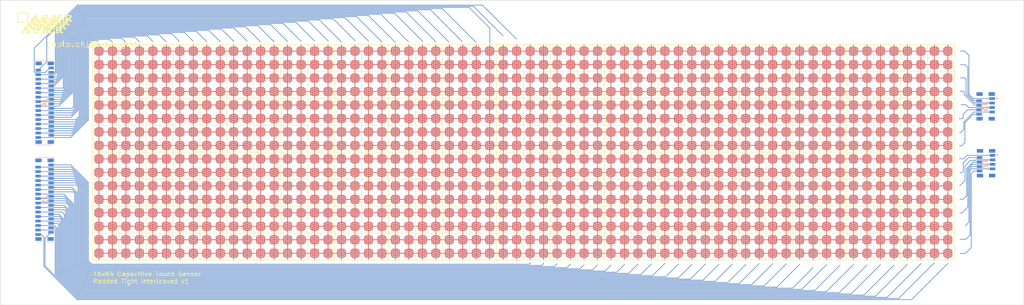
<source format=kicad_pcb>
(kicad_pcb (version 20211014) (generator pcbnew)
  (layers (0 "F.Cu" signal) (31 "B.Cu" signal) (34 "B.Paste" user) (35 "F.Paste" user) (36 "B.SilkS" user "B.Silkscreen") (37 "F.SilkS" user "F.Silkscreen") (38 "B.Mask" user) (39 "F.Mask" user) (44 "Edge.Cuts" user))
  (net 0 "")
  (net 1 "Net-(J1-Pad1)")
  (net 2 "Net-(J1-Pad2)")
  (net 3 "Net-(J1-Pad3)")
  (net 4 "Net-(J1-Pad4)")
  (net 5 "Net-(J1-Pad5)")
  (net 6 "Net-(J1-Pad6)")
  (net 7 "Net-(J1-Pad7)")
  (net 8 "Net-(J1-Pad8)")
  (net 9 "Net-(J2-Pad1)")
  (net 10 "Net-(J2-Pad2)")
  (net 11 "Net-(J2-Pad3)")
  (net 12 "Net-(J2-Pad4)")
  (net 13 "Net-(J2-Pad5)")
  (net 14 "Net-(J2-Pad6)")
  (net 15 "Net-(J2-Pad7)")
  (net 16 "Net-(J2-Pad8)")
  (net 17 "Net-(J1-Pad9)")
  (net 18 "Net-(J1-Pad10)")
  (net 19 "Net-(J1-Pad11)")
  (net 20 "Net-(J1-Pad12)")
  (net 21 "Net-(J1-Pad13)")
  (net 22 "Net-(J1-Pad14)")
  (net 23 "Net-(J1-Pad15)")
  (net 24 "Net-(J1-Pad16)")
  (net 25 "Net-(J1-Pad17)")
  (net 26 "Net-(J1-Pad18)")
  (net 27 "Net-(J1-Pad19)")
  (net 28 "Net-(J1-Pad20)")
  (net 29 "Net-(J1-Pad21)")
  (net 30 "Net-(J1-Pad22)")
  (net 31 "Net-(J1-Pad23)")
  (net 32 "Net-(J1-Pad24)")
  (net 33 "Net-(J1-Pad25)")
  (net 34 "Net-(J1-Pad26)")
  (net 35 "Net-(J1-Pad27)")
  (net 36 "Net-(J1-Pad28)")
  (net 37 "Net-(J1-Pad29)")
  (net 38 "Net-(J1-Pad30)")
  (net 39 "Net-(J1-Pad31)")
  (net 40 "Net-(J1-Pad32)")
  (net 41 "Net-(J3-Pad1)")
  (net 42 "Net-(J3-Pad2)")
  (net 43 "Net-(J3-Pad3)")
  (net 44 "Net-(J3-Pad4)")
  (net 45 "Net-(J3-Pad5)")
  (net 46 "Net-(J3-Pad6)")
  (net 47 "Net-(J3-Pad7)")
  (net 48 "Net-(J3-Pad8)")
  (net 49 "Net-(J4-Pad1)")
  (net 50 "Net-(J4-Pad2)")
  (net 51 "Net-(J4-Pad3)")
  (net 52 "Net-(J4-Pad4)")
  (net 53 "Net-(J4-Pad5)")
  (net 54 "Net-(J4-Pad6)")
  (net 55 "Net-(J4-Pad7)")
  (net 56 "Net-(J4-Pad8)")
  (net 57 "Net-(J4-Pad9)")
  (net 58 "Net-(J4-Pad10)")
  (net 59 "Net-(J4-Pad11)")
  (net 60 "Net-(J4-Pad12)")
  (net 61 "Net-(J4-Pad13)")
  (net 62 "Net-(J4-Pad14)")
  (net 63 "Net-(J4-Pad15)")
  (net 64 "Net-(J4-Pad16)")
  (net 65 "Net-(J4-Pad17)")
  (net 66 "Net-(J4-Pad18)")
  (net 67 "Net-(J4-Pad19)")
  (net 68 "Net-(J4-Pad20)")
  (net 69 "Net-(J4-Pad21)")
  (net 70 "Net-(J4-Pad22)")
  (net 71 "Net-(J4-Pad23)")
  (net 72 "Net-(J4-Pad24)")
  (net 73 "Net-(J4-Pad25)")
  (net 74 "Net-(J4-Pad26)")
  (net 75 "Net-(J4-Pad27)")
  (net 76 "Net-(J4-Pad28)")
  (net 77 "Net-(J4-Pad29)")
  (net 78 "Net-(J4-Pad30)")
  (net 79 "Net-(J4-Pad31)")
  (net 80 "Net-(J4-Pad32)")
  (footprint "ASMR_footprints:captouch_16x64_padded_interleaved_tight" (layer "F.Cu") (at 62.56 56.77)
    (fp_text reference "U1")
    (fp_text value "captouch_16x64_grid")
  )
  (footprint "ASMR_footprints:SilkScreen_asmrrrrrrrrr" (layer "F.Cu") (at 52.11 52.33)
    (fp_text reference "G***" hide)
    (fp_text value "LOGO" hide)
  )
  (footprint "ASMR_footprints:Conn_FFC_1x8_0.5mm_Molex_5019510830" (layer "B.Cu") (at 261.64 83.29 -90)
    (fp_text reference "J2")
    (fp_text value "Conn_01x08_Male" hide)
  )
  (footprint "ASMR_footprints:Conn_FFC_1x32_0.5mm_Molex_5019513210" (layer "B.Cu") (at 52.04 69.82 -90)
    (fp_text reference "J4")
    (fp_text value "Conn_01x32_Male" hide)
  )
  (footprint "ASMR_footprints:Conn_FFC_1x32_0.5mm_Molex_5019513210" (layer "B.Cu") (at 52.01 91.41 90)
    (fp_text reference "J1")
    (fp_text value "Conn_01x32_Male" hide)
  )
  (footprint "ASMR_footprints:Conn_FFC_1x8_0.5mm_Molex_5019510830" (layer "B.Cu") (at 261.54 70.64 -90)
    (fp_text reference "J3")
    (fp_text value "Conn_01x08_Male" hide)
  )
  (gr_rect (start 42.14 47) (end 270.05 114.87) (layer "Edge.Cuts") (width 0.1) (fill none))
  (gr_text "16x64 Capacitive Touch Sensor\nPadded Tight Interleaved v1" (at 62.72 108.78) (layer "F.SilkS") (effects (font (size 1 1)) (justify left)))
  (segment (start 245.066 113.654) (end 253.13 105.59) (width 0.127) (layer "B.Cu") (net 1))
  (segment (start 51.856 106.24151) (end 59.26849 113.654) (width 0.127) (layer "B.Cu") (net 1))
  (segment (start 51.287 99.16) (end 51.856 99.729) (width 0.127) (layer "B.Cu") (net 1))
  (segment (start 51.856 99.729) (end 51.856 106.24151) (width 0.127) (layer "B.Cu") (net 1))
  (segment (start 50.56 99.16) (end 51.287 99.16) (width 0.127) (layer "B.Cu") (net 1))
  (segment (start 59.26849 113.654) (end 245.066 113.654) (width 0.127) (layer "B.Cu") (net 1))
  (segment (start 242.17 113.4) (end 250.12 105.45) (width 0.127) (layer "B.Cu") (net 2))
  (segment (start 52.11 100.01) (end 52.11 106.1363) (width 0.127) (layer "B.Cu") (net 2))
  (segment (start 52.11 106.1363) (end 59.3737 113.4) (width 0.127) (layer "B.Cu") (net 2))
  (segment (start 53.46 98.66) (end 52.11 100.01) (width 0.127) (layer "B.Cu") (net 2))
  (segment (start 59.3737 113.4) (end 242.17 113.4) (width 0.127) (layer "B.Cu") (net 2))
  (segment (start 59.47891 113.146) (end 239.614 113.146) (width 0.127) (layer "B.Cu") (net 3))
  (segment (start 54.37 98.16) (end 54.384 98.174) (width 0.127) (layer "B.Cu") (net 3))
  (segment (start 239.614 113.146) (end 247.15 105.61) (width 0.127) (layer "B.Cu") (net 3))
  (segment (start 54.384 98.174) (end 54.384 108.05109) (width 0.127) (layer "B.Cu") (net 3))
  (segment (start 54.384 108.05109) (end 59.47891 113.146) (width 0.127) (layer "B.Cu") (net 3))
  (segment (start 50.56 98.16) (end 54.37 98.16) (width 0.127) (layer "B.Cu") (net 3))
  (segment (start 54.38179 97.66) (end 54.638 97.91621) (width 0.127) (layer "B.Cu") (net 4))
  (segment (start 53.46 97.66) (end 54.38179 97.66) (width 0.127) (layer "B.Cu") (net 4))
  (segment (start 54.638 107.94588) (end 59.58412 112.892) (width 0.127) (layer "B.Cu") (net 4))
  (segment (start 237.038 112.892) (end 244.12 105.81) (width 0.127) (layer "B.Cu") (net 4))
  (segment (start 59.58412 112.892) (end 237.038 112.892) (width 0.127) (layer "B.Cu") (net 4))
  (segment (start 54.638 97.91621) (end 54.638 107.94588) (width 0.127) (layer "B.Cu") (net 4))
  (segment (start 59.68933 112.638) (end 234.472 112.638) (width 0.127) (layer "B.Cu") (net 5))
  (segment (start 54.892 107.84067) (end 59.68933 112.638) (width 0.127) (layer "B.Cu") (net 5))
  (segment (start 50.56 97.16) (end 54.241 97.16) (width 0.127) (layer "B.Cu") (net 5))
  (segment (start 54.241 97.16) (end 54.892 97.811) (width 0.127) (layer "B.Cu") (net 5))
  (segment (start 54.892 97.811) (end 54.892 107.84067) (width 0.127) (layer "B.Cu") (net 5))
  (segment (start 234.472 112.638) (end 241.15 105.96) (width 0.127) (layer "B.Cu") (net 5))
  (segment (start 55.146 107.73546) (end 59.79454 112.384) (width 0.127) (layer "B.Cu") (net 6))
  (segment (start 59.79454 112.384) (end 231.616 112.384) (width 0.127) (layer "B.Cu") (net 6))
  (segment (start 54.826 96.66) (end 55.146 96.98) (width 0.127) (layer "B.Cu") (net 6))
  (segment (start 55.146 96.98) (end 55.146 107.73546) (width 0.127) (layer "B.Cu") (net 6))
  (segment (start 53.46 96.66) (end 54.826 96.66) (width 0.127) (layer "B.Cu") (net 6))
  (segment (start 231.616 112.384) (end 238.11 105.89) (width 0.127) (layer "B.Cu") (net 6))
  (segment (start 59.89975 112.13) (end 228.95 112.13) (width 0.127) (layer "B.Cu") (net 7))
  (segment (start 50.56 96.16) (end 55.11 96.16) (width 0.127) (layer "B.Cu") (net 7))
  (segment (start 55.4 96.45) (end 55.4 107.63025) (width 0.127) (layer "B.Cu") (net 7))
  (segment (start 55.4 107.63025) (end 59.89975 112.13) (width 0.127) (layer "B.Cu") (net 7))
  (segment (start 55.11 96.16) (end 55.4 96.45) (width 0.127) (layer "B.Cu") (net 7))
  (segment (start 228.95 112.13) (end 235.14 105.94) (width 0.127) (layer "B.Cu") (net 7))
  (segment (start 60.00496 111.876) (end 226.084 111.876) (width 0.127) (layer "B.Cu") (net 8))
  (segment (start 53.46 95.66) (end 55.50158 95.66) (width 0.127) (layer "B.Cu") (net 8))
  (segment (start 55.654 95.81242) (end 55.654 107.52504) (width 0.127) (layer "B.Cu") (net 8))
  (segment (start 55.50158 95.66) (end 55.654 95.81242) (width 0.127) (layer "B.Cu") (net 8))
  (segment (start 226.084 111.876) (end 232.12 105.84) (width 0.127) (layer "B.Cu") (net 8))
  (segment (start 55.654 107.52504) (end 60.00496 111.876) (width 0.127) (layer "B.Cu") (net 8))
  (segment (start 256.65 82.3) (end 255.71 82.3) (width 0.127) (layer "B.Cu") (net 9))
  (segment (start 257.41 81.54) (end 256.65 82.3) (width 0.127) (layer "B.Cu") (net 9))
  (segment (start 263.09 81.54) (end 257.41 81.54) (width 0.127) (layer "B.Cu") (net 9))
  (segment (start 256.23 85.41) (end 255.81 85.41) (width 0.127) (layer "B.Cu") (net 10))
  (segment (start 256.56 83.23) (end 256.56 85.08) (width 0.127) (layer "B.Cu") (net 10))
  (segment (start 260.19 82.04) (end 257.75 82.04) (width 0.127) (layer "B.Cu") (net 10))
  (segment (start 256.56 85.08) (end 256.23 85.41) (width 0.127) (layer "B.Cu") (net 10))
  (segment (start 257.75 82.04) (end 256.56 83.23) (width 0.127) (layer "B.Cu") (net 10))
  (segment (start 263.09 82.54) (end 259.409 82.54) (width 0.127) (layer "B.Cu") (net 11))
  (segment (start 256.94 87.16) (end 255.79 88.31) (width 0.127) (layer "B.Cu") (net 11))
  (segment (start 256.94 83.89) (end 256.94 87.16) (width 0.127) (layer "B.Cu") (net 11))
  (segment (start 259.409 82.54) (end 259.309 82.64) (width 0.127) (layer "B.Cu") (net 11))
  (segment (start 259.309 82.64) (end 258.19 82.64) (width 0.127) (layer "B.Cu") (net 11))
  (segment (start 258.19 82.64) (end 256.94 83.89) (width 0.127) (layer "B.Cu") (net 11))
  (segment (start 258.72 83.04) (end 257.31 84.45) (width 0.127) (layer "B.Cu") (net 12))
  (segment (start 260.19 83.04) (end 258.72 83.04) (width 0.127) (layer "B.Cu") (net 12))
  (segment (start 257.31 90.51) (end 256.52 91.3) (width 0.127) (layer "B.Cu") (net 12))
  (segment (start 257.31 84.45) (end 257.31 90.51) (width 0.127) (layer "B.Cu") (net 12))
  (segment (start 256.52 91.3) (end 255.83 91.3) (width 0.127) (layer "B.Cu") (net 12))
  (segment (start 259.4 83.54) (end 259.38 83.52) (width 0.127) (layer "B.Cu") (net 13))
  (segment (start 258.59921 83.52) (end 257.564 84.55521) (width 0.127) (layer "B.Cu") (net 13))
  (segment (start 263.09 83.54) (end 259.4 83.54) (width 0.127) (layer "B.Cu") (net 13))
  (segment (start 257.57 90.62121) (end 257.57 93.06) (width 0.127) (layer "B.Cu") (net 13))
  (segment (start 256.25 94.38) (end 255.75 94.38) (width 0.127) (layer "B.Cu") (net 13))
  (segment (start 259.38 83.52) (end 258.59921 83.52) (width 0.127) (layer "B.Cu") (net 13))
  (segment (start 257.564 90.61521) (end 257.57 90.62121) (width 0.127) (layer "B.Cu") (net 13))
  (segment (start 257.564 84.55521) (end 257.564 90.61521) (width 0.127) (layer "B.Cu") (net 13))
  (segment (start 257.57 93.06) (end 256.25 94.38) (width 0.127) (layer "B.Cu") (net 13))
  (segment (start 257.824 96.416) (end 257.03 97.21) (width 0.127) (layer "B.Cu") (net 14))
  (segment (start 260.19 84.04) (end 258.43842 84.04) (width 0.127) (layer "B.Cu") (net 14))
  (segment (start 258.43842 84.04) (end 257.818 84.66042) (width 0.127) (layer "B.Cu") (net 14))
  (segment (start 257.824 84.66642) (end 257.824 96.416) (width 0.127) (layer "B.Cu") (net 14))
  (segment (start 257.818 84.66042) (end 257.824 84.66642) (width 0.127) (layer "B.Cu") (net 14))
  (segment (start 258.078 84.802) (end 258.078 99.282) (width 0.127) (layer "B.Cu") (net 15))
  (segment (start 263.09 84.54) (end 258.34 84.54) (width 0.127) (layer "B.Cu") (net 15))
  (segment (start 258.34 84.54) (end 258.078 84.802) (width 0.127) (layer "B.Cu") (net 15))
  (segment (start 258.078 99.282) (end 257.14 100.22) (width 0.127) (layer "B.Cu") (net 15))
  (segment (start 257.14 100.22) (end 255.85 100.22) (width 0.127) (layer "B.Cu") (net 15))
  (segment (start 260.19 85.04) (end 258.92 85.04) (width 0.127) (layer "B.Cu") (net 16))
  (segment (start 258.332 85.628) (end 258.332 102.078) (width 0.127) (layer "B.Cu") (net 16))
  (segment (start 258.92 85.04) (end 258.332 85.628) (width 0.127) (layer "B.Cu") (net 16))
  (segment (start 257.04 103.37) (end 255.83 103.37) (width 0.127) (layer "B.Cu") (net 16))
  (segment (start 258.332 102.078) (end 257.04 103.37) (width 0.127) (layer "B.Cu") (net 16))
  (segment (start 55.908 107.41983) (end 60.11017 111.622) (width 0.127) (layer "B.Cu") (net 17))
  (segment (start 55.36079 95.16) (end 55.908 95.70721) (width 0.127) (layer "B.Cu") (net 17))
  (segment (start 55.908 95.70721) (end 55.908 107.41983) (width 0.127) (layer "B.Cu") (net 17))
  (segment (start 223.478 111.622) (end 229.12 105.98) (width 0.127) (layer "B.Cu") (net 17))
  (segment (start 60.11017 111.622) (end 223.478 111.622) (width 0.127) (layer "B.Cu") (net 17))
  (segment (start 50.56 95.16) (end 55.36079 95.16) (width 0.127) (layer "B.Cu") (net 17))
  (segment (start 53.46 94.66) (end 55.252 94.66) (width 0.127) (layer "B.Cu") (net 18))
  (segment (start 55.252 94.66) (end 55.252 94.692) (width 0.127) (layer "B.Cu") (net 18))
  (segment (start 60.21538 111.368) (end 220.622 111.368) (width 0.127) (layer "B.Cu") (net 18))
  (segment (start 55.252 94.692) (end 56.162 95.602) (width 0.127) (layer "B.Cu") (net 18))
  (segment (start 220.622 111.368) (end 226.14 105.85) (width 0.127) (layer "B.Cu") (net 18))
  (segment (start 56.162 107.31462) (end 60.21538 111.368) (width 0.127) (layer "B.Cu") (net 18))
  (segment (start 56.162 95.602) (end 56.162 107.31462) (width 0.127) (layer "B.Cu") (net 18))
  (segment (start 218.536 111.114) (end 223.11 106.54) (width 0.127) (layer "B.Cu") (net 19))
  (segment (start 50.56 94.16) (end 55.86 94.16) (width 0.127) (layer "B.Cu") (net 19))
  (segment (start 56.416 107.20941) (end 60.32059 111.114) (width 0.127) (layer "B.Cu") (net 19))
  (segment (start 60.32059 111.114) (end 218.536 111.114) (width 0.127) (layer "B.Cu") (net 19))
  (segment (start 56.416 94.716) (end 56.416 107.20941) (width 0.127) (layer "B.Cu") (net 19))
  (segment (start 55.86 94.16) (end 56.416 94.716) (width 0.127) (layer "B.Cu") (net 19))
  (segment (start 56.67 93.79) (end 56.67 107.1042) (width 0.127) (layer "B.Cu") (net 20))
  (segment (start 215.08 110.86) (end 220.14 105.8) (width 0.127) (layer "B.Cu") (net 20))
  (segment (start 56.67 107.1042) (end 60.4258 110.86) (width 0.127) (layer "B.Cu") (net 20))
  (segment (start 60.4258 110.86) (end 215.08 110.86) (width 0.127) (layer "B.Cu") (net 20))
  (segment (start 53.46 93.66) (end 56.54 93.66) (width 0.127) (layer "B.Cu") (net 20))
  (segment (start 56.54 93.66) (end 56.67 93.79) (width 0.127) (layer "B.Cu") (net 20))
  (segment (start 56.55079 93.16) (end 56.924 93.53321) (width 0.127) (layer "B.Cu") (net 21))
  (segment (start 50.56 93.16) (end 56.55079 93.16) (width 0.127) (layer "B.Cu") (net 21))
  (segment (start 56.924 93.53321) (end 56.924 106.99899) (width 0.127) (layer "B.Cu") (net 21))
  (segment (start 60.53101 110.606) (end 212.234 110.606) (width 0.127) (layer "B.Cu") (net 21))
  (segment (start 56.924 106.99899) (end 60.53101 110.606) (width 0.127) (layer "B.Cu") (net 21))
  (segment (start 212.234 110.606) (end 217.15 105.69) (width 0.127) (layer "B.Cu") (net 21))
  (segment (start 53.46 92.66) (end 56.41 92.66) (width 0.127) (layer "B.Cu") (net 22))
  (segment (start 60.63622 110.352) (end 209.438 110.352) (width 0.127) (layer "B.Cu") (net 22))
  (segment (start 209.438 110.352) (end 214.17 105.62) (width 0.127) (layer "B.Cu") (net 22))
  (segment (start 57.178 106.89378) (end 60.63622 110.352) (width 0.127) (layer "B.Cu") (net 22))
  (segment (start 56.41 92.66) (end 57.178 93.428) (width 0.127) (layer "B.Cu") (net 22))
  (segment (start 57.178 93.428) (end 57.178 106.89378) (width 0.127) (layer "B.Cu") (net 22))
  (segment (start 60.74143 110.098) (end 206.672 110.098) (width 0.127) (layer "B.Cu") (net 23))
  (segment (start 57.432 106.78857) (end 60.74143 110.098) (width 0.127) (layer "B.Cu") (net 23))
  (segment (start 206.672 110.098) (end 211.13 105.64) (width 0.127) (layer "B.Cu") (net 23))
  (segment (start 56.86316 92.16) (end 57.432 92.72884) (width 0.127) (layer "B.Cu") (net 23))
  (segment (start 57.432 92.72884) (end 57.432 106.78857) (width 0.127) (layer "B.Cu") (net 23))
  (segment (start 50.56 92.16) (end 56.86316 92.16) (width 0.127) (layer "B.Cu") (net 23))
  (segment (start 204.116 109.844) (end 208.16 105.8) (width 0.127) (layer "B.Cu") (net 24))
  (segment (start 57.686 92.62363) (end 57.686 106.68336) (width 0.127) (layer "B.Cu") (net 24))
  (segment (start 57.686 106.68336) (end 60.84664 109.844) (width 0.127) (layer "B.Cu") (net 24))
  (segment (start 53.46 91.66) (end 56.72237 91.66) (width 0.127) (layer "B.Cu") (net 24))
  (segment (start 60.84664 109.844) (end 204.116 109.844) (width 0.127) (layer "B.Cu") (net 24))
  (segment (start 56.72237 91.66) (end 57.686 92.62363) (width 0.127) (layer "B.Cu") (net 24))
  (segment (start 60.95185 109.59) (end 201.3 109.59) (width 0.127) (layer "B.Cu") (net 25))
  (segment (start 50.56 91.16) (end 56.58158 91.16) (width 0.127) (layer "B.Cu") (net 25))
  (segment (start 57.94 106.57815) (end 60.95185 109.59) (width 0.127) (layer "B.Cu") (net 25))
  (segment (start 56.58158 91.16) (end 57.94 92.51842) (width 0.127) (layer "B.Cu") (net 25))
  (segment (start 57.94 92.51842) (end 57.94 106.57815) (width 0.127) (layer "B.Cu") (net 25))
  (segment (start 201.3 109.59) (end 205.13 105.76) (width 0.127) (layer "B.Cu") (net 25))
  (segment (start 58.194 106.47294) (end 61.05706 109.336) (width 0.127) (layer "B.Cu") (net 26))
  (segment (start 61.05706 109.336) (end 198.614 109.336) (width 0.127) (layer "B.Cu") (net 26))
  (segment (start 56.44079 90.66) (end 58.194 92.41321) (width 0.127) (layer "B.Cu") (net 26))
  (segment (start 53.46 90.66) (end 56.44079 90.66) (width 0.127) (layer "B.Cu") (net 26))
  (segment (start 198.614 109.336) (end 202.15 105.8) (width 0.127) (layer "B.Cu") (net 26))
  (segment (start 58.194 92.41321) (end 58.194 106.47294) (width 0.127) (layer "B.Cu") (net 26))
  (segment (start 61.16227 109.082) (end 195.788 109.082) (width 0.127) (layer "B.Cu") (net 27))
  (segment (start 56.3 90.16) (end 58.448 92.308) (width 0.127) (layer "B.Cu") (net 27))
  (segment (start 195.788 109.082) (end 199.14 105.73) (width 0.127) (layer "B.Cu") (net 27))
  (segment (start 58.448 106.36773) (end 61.16227 109.082) (width 0.127) (layer "B.Cu") (net 27))
  (segment (start 58.448 92.308) (end 58.448 106.36773) (width 0.127) (layer "B.Cu") (net 27))
  (segment (start 50.56 90.16) (end 56.3 90.16) (width 0.127) (layer "B.Cu") (net 27))
  (segment (start 53.46 89.66) (end 58.39158 89.66) (width 0.127) (layer "B.Cu") (net 28))
  (segment (start 58.702 106.26252) (end 61.26748 108.828) (width 0.127) (layer "B.Cu") (net 28))
  (segment (start 61.26748 108.828) (end 193.112 108.828) (width 0.127) (layer "B.Cu") (net 28))
  (segment (start 193.112 108.828) (end 196.14 105.8) (width 0.127) (layer "B.Cu") (net 28))
  (segment (start 58.702 89.97042) (end 58.702 106.26252) (width 0.127) (layer "B.Cu") (net 28))
  (segment (start 58.39158 89.66) (end 58.702 89.97042) (width 0.127) (layer "B.Cu") (net 28))
  (segment (start 58.25079 89.16) (end 58.956 89.86521) (width 0.127) (layer "B.Cu") (net 29))
  (segment (start 58.956 106.15731) (end 61.37269 108.574) (width 0.127) (layer "B.Cu") (net 29))
  (segment (start 58.956 89.86521) (end 58.956 106.15731) (width 0.127) (layer "B.Cu") (net 29))
  (segment (start 61.37269 108.574) (end 190.326 108.574) (width 0.127) (layer "B.Cu") (net 29))
  (segment (start 50.56 89.16) (end 58.25079 89.16) (width 0.127) (layer "B.Cu") (net 29))
  (segment (start 190.326 108.574) (end 193.14 105.76) (width 0.127) (layer "B.Cu") (net 29))
  (segment (start 187.38 108.32) (end 190.12 105.58) (width 0.127) (layer "B.Cu") (net 30))
  (segment (start 58.11 88.66) (end 59.21 89.76) (width 0.127) (layer "B.Cu") (net 30))
  (segment (start 53.46 88.66) (end 58.11 88.66) (width 0.127) (layer "B.Cu") (net 30))
  (segment (start 59.21 89.76) (end 59.21 106.0521) (width 0.127) (layer "B.Cu") (net 30))
  (segment (start 59.21 106.0521) (end 61.4779 108.32) (width 0.127) (layer "B.Cu") (net 30))
  (segment (start 61.4779 108.32) (end 187.38 108.32) (width 0.127) (layer "B.Cu") (net 30))
  (segment (start 59.464 88.48689) (end 59.464 105.94689) (width 0.127) (layer "B.Cu") (net 31))
  (segment (start 59.464 105.94689) (end 61.58311 108.066) (width 0.127) (layer "B.Cu") (net 31))
  (segment (start 61.58311 108.066) (end 184.754 108.066) (width 0.127) (layer "B.Cu") (net 31))
  (segment (start 50.56 88.16) (end 59.13711 88.16) (width 0.127) (layer "B.Cu") (net 31))
  (segment (start 59.13711 88.16) (end 59.464 88.48689) (width 0.127) (layer "B.Cu") (net 31))
  (segment (start 184.754 108.066) (end 187.12 105.7) (width 0.127) (layer "B.Cu") (net 31))
  (segment (start 59.718 105.84168) (end 61.68832 107.812) (width 0.127) (layer "B.Cu") (net 32))
  (segment (start 182.058 107.812) (end 184.14 105.73) (width 0.127) (layer "B.Cu") (net 32))
  (segment (start 61.68832 107.812) (end 182.058 107.812) (width 0.127) (layer "B.Cu") (net 32))
  (segment (start 58.99632 87.66) (end 59.718 88.38168) (width 0.127) (layer "B.Cu") (net 32))
  (segment (start 53.46 87.66) (end 58.99632 87.66) (width 0.127) (layer "B.Cu") (net 32))
  (segment (start 59.718 88.38168) (end 59.718 105.84168) (width 0.127) (layer "B.Cu") (net 32))
  (segment (start 59.972 105.73647) (end 61.79353 107.558) (width 0.127) (layer "B.Cu") (net 33))
  (segment (start 61.79353 107.558) (end 179.412 107.558) (width 0.127) (layer "B.Cu") (net 33))
  (segment (start 59.972 88.27647) (end 59.972 105.73647) (width 0.127) (layer "B.Cu") (net 33))
  (segment (start 50.56 87.16) (end 58.85553 87.16) (width 0.127) (layer "B.Cu") (net 33))
  (segment (start 58.85553 87.16) (end 59.972 88.27647) (width 0.127) (layer "B.Cu") (net 33))
  (segment (start 179.412 107.558) (end 181.13 105.84) (width 0.127) (layer "B.Cu") (net 33))
  (segment (start 58.71474 86.66) (end 60.226 88.17126) (width 0.127) (layer "B.Cu") (net 34))
  (segment (start 60.226 88.17126) (end 60.226 105.63126) (width 0.127) (layer "B.Cu") (net 34))
  (segment (start 53.46 86.66) (end 58.71474 86.66) (width 0.127) (layer "B.Cu") (net 34))
  (segment (start 176.786 107.304) (end 178.14 105.95) (width 0.127) (layer "B.Cu") (net 34))
  (segment (start 61.89874 107.304) (end 176.786 107.304) (width 0.127) (layer "B.Cu") (net 34))
  (segment (start 60.226 105.63126) (end 61.89874 107.304) (width 0.127) (layer "B.Cu") (net 34))
  (segment (start 58.57395 86.16) (end 60.48 88.06605) (width 0.127) (layer "B.Cu") (net 35))
  (segment (start 60.48 88.06605) (end 60.48 105.52605) (width 0.127) (layer "B.Cu") (net 35))
  (segment (start 50.56 86.16) (end 58.57395 86.16) (width 0.127) (layer "B.Cu") (net 35))
  (segment (start 60.48 105.52605) (end 62.00395 107.05) (width 0.127) (layer "B.Cu") (net 35))
  (segment (start 173.98 107.05) (end 175.12 105.91) (width 0.127) (layer "B.Cu") (net 35))
  (segment (start 62.00395 107.05) (end 173.98 107.05) (width 0.127) (layer "B.Cu") (net 35))
  (segment (start 171.254 106.796) (end 172.13 105.92) (width 0.127) (layer "B.Cu") (net 36))
  (segment (start 60.734 105.42084) (end 62.10916 106.796) (width 0.127) (layer "B.Cu") (net 36))
  (segment (start 62.10916 106.796) (end 171.254 106.796) (width 0.127) (layer "B.Cu") (net 36))
  (segment (start 58.43316 85.66) (end 60.734 87.96084) (width 0.127) (layer "B.Cu") (net 36))
  (segment (start 53.46 85.66) (end 58.43316 85.66) (width 0.127) (layer "B.Cu") (net 36))
  (segment (start 60.734 87.96084) (end 60.734 105.42084) (width 0.127) (layer "B.Cu") (net 36))
  (segment (start 168.328 106.542) (end 169.12 105.75) (width 0.127) (layer "B.Cu") (net 37))
  (segment (start 60.988 105.31563) (end 62.21437 106.542) (width 0.127) (layer "B.Cu") (net 37))
  (segment (start 60.988 87.85563) (end 60.988 105.31563) (width 0.127) (layer "B.Cu") (net 37))
  (segment (start 50.56 85.16) (end 58.29237 85.16) (width 0.127) (layer "B.Cu") (net 37))
  (segment (start 62.21437 106.542) (end 168.328 106.542) (width 0.127) (layer "B.Cu") (net 37))
  (segment (start 58.29237 85.16) (end 60.988 87.85563) (width 0.127) (layer "B.Cu") (net 37))
  (segment (start 58.15158 84.66) (end 61.242 87.75042) (width 0.127) (layer "B.Cu") (net 38))
  (segment (start 62.31958 106.288) (end 165.512 106.288) (width 0.127) (layer "B.Cu") (net 38))
  (segment (start 53.46 84.66) (end 58.15158 84.66) (width 0.127) (layer "B.Cu") (net 38))
  (segment (start 61.242 87.75042) (end 61.242 105.21042) (width 0.127) (layer "B.Cu") (net 38))
  (segment (start 61.242 105.21042) (end 62.31958 106.288) (width 0.127) (layer "B.Cu") (net 38))
  (segment (start 165.512 106.288) (end 166.13 105.67) (width 0.127) (layer "B.Cu") (net 38))
  (segment (start 58.01079 84.16) (end 61.496 87.64521) (width 0.127) (layer "B.Cu") (net 39))
  (segment (start 61.496 87.64521) (end 61.496 105.10521) (width 0.127) (layer "B.Cu") (net 39))
  (segment (start 163.12 105.65) (end 163.12 105.46) (width 0.127) (layer "B.Cu") (net 39))
  (segment (start 50.56 84.16) (end 58.01079 84.16) (width 0.127) (layer "B.Cu") (net 39))
  (segment (start 61.496 105.10521) (end 62.42479 106.034) (width 0.127) (layer "B.Cu") (net 39))
  (segment (start 162.736 106.034) (end 163.12 105.65) (width 0.127) (layer "B.Cu") (net 39))
  (segment (start 62.42479 106.034) (end 162.736 106.034) (width 0.127) (layer "B.Cu") (net 39))
  (segment (start 62.53 105.78) (end 159.9 105.78) (width 0.127) (layer "B.Cu") (net 40))
  (segment (start 53.46 83.66) (end 57.87 83.66) (width 0.127) (layer "B.Cu") (net 40))
  (segment (start 61.75 87.54) (end 61.75 105) (width 0.127) (layer "B.Cu") (net 40))
  (segment (start 61.75 105) (end 62.53 105.78) (width 0.127) (layer "B.Cu") (net 40))
  (segment (start 159.9 105.78) (end 160.13 105.55) (width 0.127) (layer "B.Cu") (net 40))
  (segment (start 57.87 83.66) (end 61.75 87.54) (width 0.127) (layer "B.Cu") (net 40))
  (segment (start 160.13 105.55) (end 160.13 105.37) (width 0.127) (layer "B.Cu") (net 40))
  (segment (start 258.78 68.89) (end 257.82 67.93) (width 0.127) (layer "B.Cu") (net 41))
  (segment (start 257.82 59.29) (end 256.85 58.32) (width 0.127) (layer "B.Cu") (net 41))
  (segment (start 256.85 58.32) (end 255.87 58.32) (width 0.127) (layer "B.Cu") (net 41))
  (segment (start 257.82 67.93) (end 257.82 59.29) (width 0.127) (layer "B.Cu") (net 41))
  (segment (start 262.99 68.89) (end 258.78 68.89) (width 0.127) (layer "B.Cu") (net 41))
  (segment (start 258.92079 69.39) (end 257.566 68.03521) (width 0.127) (layer "B.Cu") (net 42))
  (segment (start 260.09 69.39) (end 258.92079 69.39) (width 0.127) (layer "B.Cu") (net 42))
  (segment (start 257.566 68.03521) (end 257.566 61.95) (width 0.127) (layer "B.Cu") (net 42))
  (segment (start 257.566 61.95) (end 256.976 61.36) (width 0.127) (layer "B.Cu") (net 42))
  (segment (start 256.976 61.36) (end 255.92 61.36) (width 0.127) (layer "B.Cu") (net 42))
  (segment (start 256.92 64.29) (end 255.92 64.29) (width 0.127) (layer "B.Cu") (net 43))
  (segment (start 262.99 69.89) (end 259.06158 69.89) (width 0.127) (layer "B.Cu") (net 43))
  (segment (start 259.06158 69.89) (end 257.19 68.01842) (width 0.127) (layer "B.Cu") (net 43))
  (segment (start 257.19 68.01842) (end 257.19 64.56) (width 0.127) (layer "B.Cu") (net 43))
  (segment (start 257.19 64.56) (end 256.92 64.29) (width 0.127) (layer "B.Cu") (net 43))
  (segment (start 256.78 68.02) (end 256.78 67.35) (width 0.127) (layer "B.Cu") (net 44))
  (segment (start 260.09 70.39) (end 259.15 70.39) (width 0.127) (layer "B.Cu") (net 44))
  (segment (start 256.7 67.27) (end 255.87 67.27) (width 0.127) (layer "B.Cu") (net 44))
  (segment (start 259.15 70.39) (end 256.78 68.02) (width 0.127) (layer "B.Cu") (net 44))
  (segment (start 256.78 67.35) (end 256.7 67.27) (width 0.127) (layer "B.Cu") (net 44))
  (segment (start 257.16 70.27) (end 256.03 70.27) (width 0.127) (layer "B.Cu") (net 45))
  (segment (start 257.78 70.89) (end 257.16 70.27) (width 0.127) (layer "B.Cu") (net 45))
  (segment (start 262.99 70.89) (end 257.78 70.89) (width 0.127) (layer "B.Cu") (net 45))
  (segment (start 256.52 72.43) (end 256.52 73.16) (width 0.127) (layer "B.Cu") (net 46))
  (segment (start 260.09 71.39) (end 257.56 71.39) (width 0.127) (layer "B.Cu") (net 46))
  (segment (start 257.56 71.39) (end 256.52 72.43) (width 0.127) (layer "B.Cu") (net 46))
  (segment (start 256.3 73.38) (end 255.64 73.38) (width 0.127) (layer "B.Cu") (net 46))
  (segment (start 256.52 73.16) (end 256.3 73.38) (width 0.127) (layer "B.Cu") (net 46))
  (segment (start 258.92 71.89) (end 256.68 74.13) (width 0.127) (layer "B.Cu") (net 47))
  (segment (start 256.68 75.78) (end 255.99 76.47) (width 0.127) (layer "B.Cu") (net 47))
  (segment (start 256.68 74.13) (end 256.68 75.78) (width 0.127) (layer "B.Cu") (net 47))
  (segment (start 262.99 71.89) (end 258.92 71.89) (width 0.127) (layer "B.Cu") (net 47))
  (segment (start 255.99 76.47) (end 255.68 76.47) (width 0.127) (layer "B.Cu") (net 47))
  (segment (start 256.934 78.666) (end 256.17 79.43) (width 0.127) (layer "B.Cu") (net 48))
  (segment (start 258.77921 72.39) (end 256.934 74.23521) (width 0.127) (layer "B.Cu") (net 48))
  (segment (start 256.17 79.43) (end 255.73 79.43) (width 0.127) (layer "B.Cu") (net 48))
  (segment (start 260.09 72.39) (end 258.77921 72.39) (width 0.127) (layer "B.Cu") (net 48))
  (segment (start 256.934 74.23521) (end 256.934 78.666) (width 0.127) (layer "B.Cu") (net 48))
  (segment (start 49.8185 63.0795) (end 49.72 62.981) (width 0.127) (layer "B.Cu") (net 49))
  (segment (start 59.31849 48.096) (end 149.526 48.096) (width 0.127) (layer "B.Cu") (net 49))
  (segment (start 52.1805 63.0795) (end 49.8185 63.0795) (width 0.127) (layer "B.Cu") (net 49))
  (segment (start 49.72 57.69449) (end 59.31849 48.096) (width 0.127) (layer "B.Cu") (net 49))
  (segment (start 53.19 62.07) (end 52.1805 63.0795) (width 0.127) (layer "B.Cu") (net 49))
  (segment (start 49.72 62.981) (end 49.72 57.69449) (width 0.127) (layer "B.Cu") (net 49))
  (segment (start 149.526 48.096) (end 157.1 55.67) (width 0.127) (layer "B.Cu") (net 49))
  (segment (start 53.49 62.07) (end 53.19 62.07) (width 0.127) (layer "B.Cu") (net 49))
  (segment (start 147.51 48.35) (end 154.13 54.97) (width 0.127) (layer "B.Cu") (net 50))
  (segment (start 50.59 62.57) (end 52.4995 60.6605) (width 0.127) (layer "B.Cu") (net 50))
  (segment (start 52.4995 60.6605) (end 52.4995 55.2742) (width 0.127) (layer "B.Cu") (net 50))
  (segment (start 52.4995 55.2742) (end 59.4237 48.35) (width 0.127) (layer "B.Cu") (net 50))
  (segment (start 59.4237 48.35) (end 147.51 48.35) (width 0.127) (layer "B.Cu") (net 50))
  (segment (start 59.52891 48.604) (end 146.544 48.604) (width 0.127) (layer "B.Cu") (net 51))
  (segment (start 54.404 53.72891) (end 59.52891 48.604) (width 0.127) (layer "B.Cu") (net 51))
  (segment (start 53.49 63.07) (end 54.32 63.07) (width 0.127) (layer "B.Cu") (net 51))
  (segment (start 54.404 62.986) (end 54.404 53.72891) (width 0.127) (layer "B.Cu") (net 51))
  (segment (start 146.544 48.604) (end 151.15 53.21) (width 0.127) (layer "B.Cu") (net 51))
  (segment (start 151.15 53.21) (end 151.15 56.47) (width 0.127) (layer "B.Cu") (net 51))
  (segment (start 54.32 63.07) (end 54.404 62.986) (width 0.127) (layer "B.Cu") (net 51))
  (segment (start 59.63412 48.858) (end 140.578 48.858) (width 0.127) (layer "B.Cu") (net 52))
  (segment (start 50.59 63.57) (end 54.22 63.57) (width 0.127) (layer "B.Cu") (net 52))
  (segment (start 140.578 48.858) (end 148.11 56.39) (width 0.127) (layer "B.Cu") (net 52))
  (segment (start 54.22 63.57) (end 54.658 63.132) (width 0.127) (layer "B.Cu") (net 52))
  (segment (start 54.658 63.132) (end 54.658 53.83412) (width 0.127) (layer "B.Cu") (net 52))
  (segment (start 54.658 53.83412) (end 59.63412 48.858) (width 0.127) (layer "B.Cu") (net 52))
  (segment (start 54.912 53.93933) (end 59.73933 49.112) (width 0.127) (layer "B.Cu") (net 53))
  (segment (start 54.912 63.738) (end 54.912 53.93933) (width 0.127) (layer "B.Cu") (net 53))
  (segment (start 137.922 49.112) (end 145.01 56.2) (width 0.127) (layer "B.Cu") (net 53))
  (segment (start 59.73933 49.112) (end 137.922 49.112) (width 0.127) (layer "B.Cu") (net 53))
  (segment (start 53.49 64.07) (end 54.58 64.07) (width 0.127) (layer "B.Cu") (net 53))
  (segment (start 54.58 64.07) (end 54.912 63.738) (width 0.127) (layer "B.Cu") (net 53))
  (segment (start 55.166 63.95437) (end 55.166 54.04454) (width 0.127) (layer "B.Cu") (net 54))
  (segment (start 135.106 49.366) (end 142.04 56.3) (width 0.127) (layer "B.Cu") (net 54))
  (segment (start 59.84454 49.366) (end 135.106 49.366) (width 0.127) (layer "B.Cu") (net 54))
  (segment (start 55.166 54.04454) (end 59.84454 49.366) (width 0.127) (layer "B.Cu") (net 54))
  (segment (start 54.55037 64.57) (end 55.166 63.95437) (width 0.127) (layer "B.Cu") (net 54))
  (segment (start 50.59 64.57) (end 54.55037 64.57) (width 0.127) (layer "B.Cu") (net 54))
  (segment (start 55.42 54.14975) (end 59.94975 49.62) (width 0.127) (layer "B.Cu") (net 55))
  (segment (start 55.42 64.05958) (end 55.42 54.14975) (width 0.127) (layer "B.Cu") (net 55))
  (segment (start 59.94975 49.62) (end 132.51 49.62) (width 0.127) (layer "B.Cu") (net 55))
  (segment (start 53.49 65.07) (end 54.40958 65.07) (width 0.127) (layer "B.Cu") (net 55))
  (segment (start 132.51 49.62) (end 139.17 56.28) (width 0.127) (layer "B.Cu") (net 55))
  (segment (start 54.40958 65.07) (end 55.42 64.05958) (width 0.127) (layer "B.Cu") (net 55))
  (segment (start 50.59 65.57) (end 54.26879 65.57) (width 0.127) (layer "B.Cu") (net 56))
  (segment (start 55.674 54.25496) (end 60.05496 49.874) (width 0.127) (layer "B.Cu") (net 56))
  (segment (start 54.26879 65.57) (end 55.674 64.16479) (width 0.127) (layer "B.Cu") (net 56))
  (segment (start 129.904 49.874) (end 136.23 56.2) (width 0.127) (layer "B.Cu") (net 56))
  (segment (start 60.05496 49.874) (end 129.904 49.874) (width 0.127) (layer "B.Cu") (net 56))
  (segment (start 55.674 64.16479) (end 55.674 54.25496) (width 0.127) (layer "B.Cu") (net 56))
  (segment (start 53.49 66.07) (end 54.128 66.07) (width 0.127) (layer "B.Cu") (net 57))
  (segment (start 55.928 54.36017) (end 60.16017 50.128) (width 0.127) (layer "B.Cu") (net 57))
  (segment (start 126.918 50.128) (end 133.06 56.27) (width 0.127) (layer "B.Cu") (net 57))
  (segment (start 55.928 64.27) (end 55.928 54.36017) (width 0.127) (layer "B.Cu") (net 57))
  (segment (start 60.16017 50.128) (end 126.918 50.128) (width 0.127) (layer "B.Cu") (net 57))
  (segment (start 54.128 66.07) (end 55.928 64.27) (width 0.127) (layer "B.Cu") (net 57))
  (segment (start 56.14 66.57) (end 56.182 66.528) (width 0.127) (layer "B.Cu") (net 58))
  (segment (start 124.092 50.382) (end 130.08 56.37) (width 0.127) (layer "B.Cu") (net 58))
  (segment (start 50.59 66.57) (end 56.14 66.57) (width 0.127) (layer "B.Cu") (net 58))
  (segment (start 56.182 54.46538) (end 60.26538 50.382) (width 0.127) (layer "B.Cu") (net 58))
  (segment (start 60.26538 50.382) (end 124.092 50.382) (width 0.127) (layer "B.Cu") (net 58))
  (segment (start 56.182 66.528) (end 56.182 54.46538) (width 0.127) (layer "B.Cu") (net 58))
  (segment (start 56.436 66.82953) (end 56.436 54.57059) (width 0.127) (layer "B.Cu") (net 59))
  (segment (start 56.19553 67.07) (end 56.436 66.82953) (width 0.127) (layer "B.Cu") (net 59))
  (segment (start 60.37059 50.636) (end 121.476 50.636) (width 0.127) (layer "B.Cu") (net 59))
  (segment (start 56.436 54.57059) (end 60.37059 50.636) (width 0.127) (layer "B.Cu") (net 59))
  (segment (start 121.476 50.636) (end 127.14 56.3) (width 0.127) (layer "B.Cu") (net 59))
  (segment (start 53.49 67.07) (end 56.19553 67.07) (width 0.127) (layer "B.Cu") (net 59))
  (segment (start 50.59 67.57) (end 56.05474 67.57) (width 0.127) (layer "B.Cu") (net 60))
  (segment (start 118.91 50.89) (end 124.17 56.15) (width 0.127) (layer "B.Cu") (net 60))
  (segment (start 60.4758 50.89) (end 118.91 50.89) (width 0.127) (layer "B.Cu") (net 60))
  (segment (start 56.05474 67.57) (end 56.69 66.93474) (width 0.127) (layer "B.Cu") (net 60))
  (segment (start 56.69 54.6758) (end 60.4758 50.89) (width 0.127) (layer "B.Cu") (net 60))
  (segment (start 56.69 66.93474) (end 56.69 54.6758) (width 0.127) (layer "B.Cu") (net 60))
  (segment (start 56.944 54.78101) (end 60.58101 51.144) (width 0.127) (layer "B.Cu") (net 61))
  (segment (start 56.944 67.03995) (end 56.944 54.78101) (width 0.127) (layer "B.Cu") (net 61))
  (segment (start 60.58101 51.144) (end 116.304 51.144) (width 0.127) (layer "B.Cu") (net 61))
  (segment (start 53.49 68.07) (end 55.91395 68.07) (width 0.127) (layer "B.Cu") (net 61))
  (segment (start 55.91395 68.07) (end 56.944 67.03995) (width 0.127) (layer "B.Cu") (net 61))
  (segment (start 116.304 51.144) (end 121.17 56.01) (width 0.127) (layer "B.Cu") (net 61))
  (segment (start 113.218 51.398) (end 118.12 56.3) (width 0.127) (layer "B.Cu") (net 62))
  (segment (start 50.59 68.57) (end 55.77316 68.57) (width 0.127) (layer "B.Cu") (net 62))
  (segment (start 60.68622 51.398) (end 113.218 51.398) (width 0.127) (layer "B.Cu") (net 62))
  (segment (start 57.198 67.14516) (end 57.198 54.88622) (width 0.127) (layer "B.Cu") (net 62))
  (segment (start 57.198 54.88622) (end 60.68622 51.398) (width 0.127) (layer "B.Cu") (net 62))
  (segment (start 55.77316 68.57) (end 57.198 67.14516) (width 0.127) (layer "B.Cu") (net 62))
  (segment (start 55.63237 69.07) (end 57.452 67.25037) (width 0.127) (layer "B.Cu") (net 63))
  (segment (start 53.49 69.07) (end 55.63237 69.07) (width 0.127) (layer "B.Cu") (net 63))
  (segment (start 110.762 51.652) (end 115.19 56.08) (width 0.127) (layer "B.Cu") (net 63))
  (segment (start 57.452 54.99143) (end 60.79143 51.652) (width 0.127) (layer "B.Cu") (net 63))
  (segment (start 60.79143 51.652) (end 110.762 51.652) (width 0.127) (layer "B.Cu") (net 63))
  (segment (start 57.452 67.25037) (end 57.452 54.99143) (width 0.127) (layer "B.Cu") (net 63))
  (segment (start 107.956 51.906) (end 112.11 56.06) (width 0.127) (layer "B.Cu") (net 64))
  (segment (start 57.706 55.09664) (end 60.89664 51.906) (width 0.127) (layer "B.Cu") (net 64))
  (segment (start 50.59 69.57) (end 55.49158 69.57) (width 0.127) (layer "B.Cu") (net 64))
  (segment (start 57.706 67.35558) (end 57.706 55.09664) (width 0.127) (layer "B.Cu") (net 64))
  (segment (start 60.89664 51.906) (end 107.956 51.906) (width 0.127) (layer "B.Cu") (net 64))
  (segment (start 55.49158 69.57) (end 57.706 67.35558) (width 0.127) (layer "B.Cu") (net 64))
  (segment (start 57.96 55.20185) (end 61.00185 52.16) (width 0.127) (layer "B.Cu") (net 65))
  (segment (start 55.35079 70.07) (end 57.96 67.46079) (width 0.127) (layer "B.Cu") (net 65))
  (segment (start 61.00185 52.16) (end 105.15 52.16) (width 0.127) (layer "B.Cu") (net 65))
  (segment (start 57.96 67.46079) (end 57.96 55.20185) (width 0.127) (layer "B.Cu") (net 65))
  (segment (start 53.49 70.07) (end 55.35079 70.07) (width 0.127) (layer "B.Cu") (net 65))
  (segment (start 105.15 52.16) (end 109.16 56.17) (width 0.127) (layer "B.Cu") (net 65))
  (segment (start 50.59 70.57) (end 55.21 70.57) (width 0.127) (layer "B.Cu") (net 66))
  (segment (start 61.10706 52.414) (end 102.324 52.414) (width 0.127) (layer "B.Cu") (net 66))
  (segment (start 102.324 52.414) (end 106.15 56.24) (width 0.127) (layer "B.Cu") (net 66))
  (segment (start 55.21 70.57) (end 58.214 67.566) (width 0.127) (layer "B.Cu") (net 66))
  (segment (start 58.214 67.566) (end 58.214 55.30706) (width 0.127) (layer "B.Cu") (net 66))
  (segment (start 58.214 55.30706) (end 61.10706 52.414) (width 0.127) (layer "B.Cu") (net 66))
  (segment (start 58.18 71.07) (end 58.468 70.782) (width 0.127) (layer "B.Cu") (net 67))
  (segment (start 99.528 52.668) (end 103.13 56.27) (width 0.127) (layer "B.Cu") (net 67))
  (segment (start 58.468 55.41227) (end 61.21227 52.668) (width 0.127) (layer "B.Cu") (net 67))
  (segment (start 61.21227 52.668) (end 99.528 52.668) (width 0.127) (layer "B.Cu") (net 67))
  (segment (start 58.468 70.782) (end 58.468 55.41227) (width 0.127) (layer "B.Cu") (net 67))
  (segment (start 53.49 71.07) (end 58.18 71.07) (width 0.127) (layer "B.Cu") (net 67))
  (segment (start 61.31748 52.922) (end 96.762 52.922) (width 0.127) (layer "B.Cu") (net 68))
  (segment (start 58.722 55.51748) (end 61.31748 52.922) (width 0.127) (layer "B.Cu") (net 68))
  (segment (start 96.762 52.922) (end 100.11 56.27) (width 0.127) (layer "B.Cu") (net 68))
  (segment (start 58.33237 71.57) (end 58.722 71.18037) (width 0.127) (layer "B.Cu") (net 68))
  (segment (start 58.722 71.18037) (end 58.722 55.51748) (width 0.127) (layer "B.Cu") (net 68))
  (segment (start 50.59 71.57) (end 58.33237 71.57) (width 0.127) (layer "B.Cu") (net 68))
  (segment (start 94.176 53.176) (end 97.13 56.13) (width 0.127) (layer "B.Cu") (net 69))
  (segment (start 61.42269 53.176) (end 94.176 53.176) (width 0.127) (layer "B.Cu") (net 69))
  (segment (start 58.19158 72.07) (end 58.976 71.28558) (width 0.127) (layer "B.Cu") (net 69))
  (segment (start 58.976 71.28558) (end 58.976 55.62269) (width 0.127) (layer "B.Cu") (net 69))
  (segment (start 53.49 72.07) (end 58.19158 72.07) (width 0.127) (layer "B.Cu") (net 69))
  (segment (start 58.976 55.62269) (end 61.42269 53.176) (width 0.127) (layer "B.Cu") (net 69))
  (segment (start 59.23 71.39079) (end 59.23 55.7279) (width 0.127) (layer "B.Cu") (net 70))
  (segment (start 91.41 53.43) (end 94.18 56.2) (width 0.127) (layer "B.Cu") (net 70))
  (segment (start 50.59 72.57) (end 58.05079 72.57) (width 0.127) (layer "B.Cu") (net 70))
  (segment (start 61.5279 53.43) (end 91.41 53.43) (width 0.127) (layer "B.Cu") (net 70))
  (segment (start 58.05079 72.57) (end 59.23 71.39079) (width 0.127) (layer "B.Cu") (net 70))
  (segment (start 59.23 55.7279) (end 61.5279 53.43) (width 0.127) (layer "B.Cu") (net 70))
  (segment (start 59.484 71.496) (end 59.484 55.83311) (width 0.127) (layer "B.Cu") (net 71))
  (segment (start 88.574 53.684) (end 91.16 56.27) (width 0.127) (layer "B.Cu") (net 71))
  (segment (start 59.484 55.83311) (end 61.63311 53.684) (width 0.127) (layer "B.Cu") (net 71))
  (segment (start 57.91 73.07) (end 59.484 71.496) (width 0.127) (layer "B.Cu") (net 71))
  (segment (start 61.63311 53.684) (end 88.574 53.684) (width 0.127) (layer "B.Cu") (net 71))
  (segment (start 53.49 73.07) (end 57.91 73.07) (width 0.127) (layer "B.Cu") (net 71))
  (segment (start 61.73832 53.938) (end 85.838 53.938) (width 0.127) (layer "B.Cu") (net 72))
  (segment (start 59.738 72.80832) (end 59.738 55.93832) (width 0.127) (layer "B.Cu") (net 72))
  (segment (start 59.738 55.93832) (end 61.73832 53.938) (width 0.127) (layer "B.Cu") (net 72))
  (segment (start 85.838 53.938) (end 88.14 56.24) (width 0.127) (layer "B.Cu") (net 72))
  (segment (start 58.97632 73.57) (end 59.738 72.80832) (width 0.127) (layer "B.Cu") (net 72))
  (segment (start 50.59 73.57) (end 58.97632 73.57) (width 0.127) (layer "B.Cu") (net 72))
  (segment (start 61.84353 54.192) (end 83.162 54.192) (width 0.127) (layer "B.Cu") (net 73))
  (segment (start 53.49 74.07) (end 58.83553 74.07) (width 0.127) (layer "B.Cu") (net 73))
  (segment (start 83.162 54.192) (end 85.06 56.09) (width 0.127) (layer "B.Cu") (net 73))
  (segment (start 59.992 56.04353) (end 61.84353 54.192) (width 0.127) (layer "B.Cu") (net 73))
  (segment (start 59.992 72.91353) (end 59.992 56.04353) (width 0.127) (layer "B.Cu") (net 73))
  (segment (start 58.83553 74.07) (end 59.992 72.91353) (width 0.127) (layer "B.Cu") (net 73))
  (segment (start 58.69474 74.57) (end 60.246 73.01874) (width 0.127) (layer "B.Cu") (net 74))
  (segment (start 61.94874 54.446) (end 80.316 54.446) (width 0.127) (layer "B.Cu") (net 74))
  (segment (start 50.59 74.57) (end 58.69474 74.57) (width 0.127) (layer "B.Cu") (net 74))
  (segment (start 80.316 54.446) (end 82.06 56.19) (width 0.127) (layer "B.Cu") (net 74))
  (segment (start 60.246 73.01874) (end 60.246 56.14874) (width 0.127) (layer "B.Cu") (net 74))
  (segment (start 60.246 56.14874) (end 61.94874 54.446) (width 0.127) (layer "B.Cu") (net 74))
  (segment (start 62.05395 54.7) (end 77.52 54.7) (width 0.127) (layer "B.Cu") (net 75))
  (segment (start 60.5 73.12395) (end 60.5 56.25395) (width 0.127) (layer "B.Cu") (net 75))
  (segment (start 53.49 75.07) (end 58.55395 75.07) (width 0.127) (layer "B.Cu") (net 75))
  (segment (start 58.55395 75.07) (end 60.5 73.12395) (width 0.127) (layer "B.Cu") (net 75))
  (segment (start 77.52 54.7) (end 79.09 56.27) (width 0.127) (layer "B.Cu") (net 75))
  (segment (start 60.5 56.25395) (end 62.05395 54.7) (width 0.127) (layer "B.Cu") (net 75))
  (segment (start 74.874 54.954) (end 76.13 56.21) (width 0.127) (layer "B.Cu") (net 76))
  (segment (start 60.754 73.22916) (end 60.754 56.35916) (width 0.127) (layer "B.Cu") (net 76))
  (segment (start 60.754 56.35916) (end 62.15916 54.954) (width 0.127) (layer "B.Cu") (net 76))
  (segment (start 58.41316 75.57) (end 60.754 73.22916) (width 0.127) (layer "B.Cu") (net 76))
  (segment (start 50.59 75.57) (end 58.41316 75.57) (width 0.127) (layer "B.Cu") (net 76))
  (segment (start 62.15916 54.954) (end 74.874 54.954) (width 0.127) (layer "B.Cu") (net 76))
  (segment (start 61.008 73.33437) (end 61.008 56.46437) (width 0.127) (layer "B.Cu") (net 77))
  (segment (start 62.26437 55.208) (end 72.058 55.208) (width 0.127) (layer "B.Cu") (net 77))
  (segment (start 61.008 56.46437) (end 62.26437 55.208) (width 0.127) (layer "B.Cu") (net 77))
  (segment (start 72.058 55.208) (end 73.12 56.27) (width 0.127) (layer "B.Cu") (net 77))
  (segment (start 53.49 76.07) (end 58.27237 76.07) (width 0.127) (layer "B.Cu") (net 77))
  (segment (start 58.27237 76.07) (end 61.008 73.33437) (width 0.127) (layer "B.Cu") (net 77))
  (segment (start 58.13158 76.57) (end 61.262 73.43958) (width 0.127) (layer "B.Cu") (net 78))
  (segment (start 62.36958 55.462) (end 69.192 55.462) (width 0.127) (layer "B.Cu") (net 78))
  (segment (start 50.59 76.57) (end 58.13158 76.57) (width 0.127) (layer "B.Cu") (net 78))
  (segment (start 61.262 73.43958) (end 61.262 56.56958) (width 0.127) (layer "B.Cu") (net 78))
  (segment (start 61.262 56.56958) (end 62.36958 55.462) (width 0.127) (layer "B.Cu") (net 78))
  (segment (start 69.192 55.462) (end 70.08 56.35) (width 0.127) (layer "B.Cu") (net 78))
  (segment (start 62.47479 55.716) (end 66.456 55.716) (width 0.127) (layer "B.Cu") (net 79))
  (segment (start 66.456 55.716) (end 67.12 56.38) (width 0.127) (layer "B.Cu") (net 79))
  (segment (start 61.516 73.54479) (end 61.516 56.67479) (width 0.127) (layer "B.Cu") (net 79))
  (segment (start 53.49 77.07) (end 57.99079 77.07) (width 0.127) (layer "B.Cu") (net 79))
  (segment (start 57.99079 77.07) (end 61.516 73.54479) (width 0.127) (layer "B.Cu") (net 79))
  (segment (start 61.516 56.67479) (end 62.47479 55.716) (width 0.127) (layer "B.Cu") (net 79))
  (segment (start 61.77 73.65) (end 61.77 56.78) (width 0.127) (layer "B.Cu") (net 80))
  (segment (start 62.58 55.97) (end 63.86 55.97) (width 0.127) (layer "B.Cu") (net 80))
  (segment (start 61.77 56.78) (end 62.58 55.97) (width 0.127) (layer "B.Cu") (net 80))
  (segment (start 63.86 55.97) (end 64.1 56.21) (width 0.127) (layer "B.Cu") (net 80))
  (segment (start 50.59 77.57) (end 57.85 77.57) (width 0.127) (layer "B.Cu") (net 80))
  (segment (start 57.85 77.57) (end 61.77 73.65) (width 0.127) (layer "B.Cu") (net 80))
)
</source>
